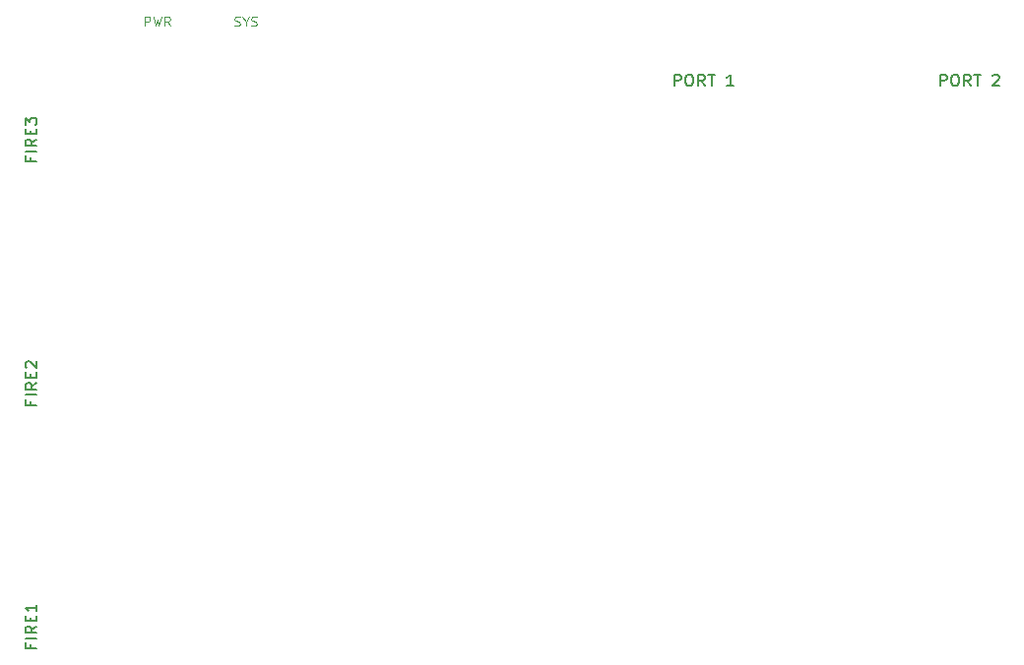
<source format=gto>
G04 #@! TF.GenerationSoftware,KiCad,Pcbnew,(5.1.8)-1*
G04 #@! TF.CreationDate,2021-03-09T02:04:09+01:00*
G04 #@! TF.ProjectId,C64 Joykey Faceplate B1,43363420-4a6f-4796-9b65-792046616365,rev?*
G04 #@! TF.SameCoordinates,Original*
G04 #@! TF.FileFunction,Legend,Top*
G04 #@! TF.FilePolarity,Positive*
%FSLAX46Y46*%
G04 Gerber Fmt 4.6, Leading zero omitted, Abs format (unit mm)*
G04 Created by KiCad (PCBNEW (5.1.8)-1) date 2021-03-09 02:04:09*
%MOMM*%
%LPD*%
G01*
G04 APERTURE LIST*
%ADD10C,0.150000*%
%ADD11C,0.100000*%
G04 APERTURE END LIST*
D10*
X197501190Y-94432380D02*
X197501190Y-93432380D01*
X197882142Y-93432380D01*
X197977380Y-93480000D01*
X198025000Y-93527619D01*
X198072619Y-93622857D01*
X198072619Y-93765714D01*
X198025000Y-93860952D01*
X197977380Y-93908571D01*
X197882142Y-93956190D01*
X197501190Y-93956190D01*
X198691666Y-93432380D02*
X198882142Y-93432380D01*
X198977380Y-93480000D01*
X199072619Y-93575238D01*
X199120238Y-93765714D01*
X199120238Y-94099047D01*
X199072619Y-94289523D01*
X198977380Y-94384761D01*
X198882142Y-94432380D01*
X198691666Y-94432380D01*
X198596428Y-94384761D01*
X198501190Y-94289523D01*
X198453571Y-94099047D01*
X198453571Y-93765714D01*
X198501190Y-93575238D01*
X198596428Y-93480000D01*
X198691666Y-93432380D01*
X200120238Y-94432380D02*
X199786904Y-93956190D01*
X199548809Y-94432380D02*
X199548809Y-93432380D01*
X199929761Y-93432380D01*
X200025000Y-93480000D01*
X200072619Y-93527619D01*
X200120238Y-93622857D01*
X200120238Y-93765714D01*
X200072619Y-93860952D01*
X200025000Y-93908571D01*
X199929761Y-93956190D01*
X199548809Y-93956190D01*
X200405952Y-93432380D02*
X200977380Y-93432380D01*
X200691666Y-94432380D02*
X200691666Y-93432380D01*
X202596428Y-94432380D02*
X202025000Y-94432380D01*
X202310714Y-94432380D02*
X202310714Y-93432380D01*
X202215476Y-93575238D01*
X202120238Y-93670476D01*
X202025000Y-93718095D01*
X220361190Y-94432380D02*
X220361190Y-93432380D01*
X220742142Y-93432380D01*
X220837380Y-93480000D01*
X220885000Y-93527619D01*
X220932619Y-93622857D01*
X220932619Y-93765714D01*
X220885000Y-93860952D01*
X220837380Y-93908571D01*
X220742142Y-93956190D01*
X220361190Y-93956190D01*
X221551666Y-93432380D02*
X221742142Y-93432380D01*
X221837380Y-93480000D01*
X221932619Y-93575238D01*
X221980238Y-93765714D01*
X221980238Y-94099047D01*
X221932619Y-94289523D01*
X221837380Y-94384761D01*
X221742142Y-94432380D01*
X221551666Y-94432380D01*
X221456428Y-94384761D01*
X221361190Y-94289523D01*
X221313571Y-94099047D01*
X221313571Y-93765714D01*
X221361190Y-93575238D01*
X221456428Y-93480000D01*
X221551666Y-93432380D01*
X222980238Y-94432380D02*
X222646904Y-93956190D01*
X222408809Y-94432380D02*
X222408809Y-93432380D01*
X222789761Y-93432380D01*
X222885000Y-93480000D01*
X222932619Y-93527619D01*
X222980238Y-93622857D01*
X222980238Y-93765714D01*
X222932619Y-93860952D01*
X222885000Y-93908571D01*
X222789761Y-93956190D01*
X222408809Y-93956190D01*
X223265952Y-93432380D02*
X223837380Y-93432380D01*
X223551666Y-94432380D02*
X223551666Y-93432380D01*
X224885000Y-93527619D02*
X224932619Y-93480000D01*
X225027857Y-93432380D01*
X225265952Y-93432380D01*
X225361190Y-93480000D01*
X225408809Y-93527619D01*
X225456428Y-93622857D01*
X225456428Y-93718095D01*
X225408809Y-93860952D01*
X224837380Y-94432380D01*
X225456428Y-94432380D01*
X142168571Y-100583809D02*
X142168571Y-100917142D01*
X142692380Y-100917142D02*
X141692380Y-100917142D01*
X141692380Y-100440952D01*
X142692380Y-100060000D02*
X141692380Y-100060000D01*
X142692380Y-99012380D02*
X142216190Y-99345714D01*
X142692380Y-99583809D02*
X141692380Y-99583809D01*
X141692380Y-99202857D01*
X141740000Y-99107619D01*
X141787619Y-99060000D01*
X141882857Y-99012380D01*
X142025714Y-99012380D01*
X142120952Y-99060000D01*
X142168571Y-99107619D01*
X142216190Y-99202857D01*
X142216190Y-99583809D01*
X142168571Y-98583809D02*
X142168571Y-98250476D01*
X142692380Y-98107619D02*
X142692380Y-98583809D01*
X141692380Y-98583809D01*
X141692380Y-98107619D01*
X141692380Y-97774285D02*
X141692380Y-97155238D01*
X142073333Y-97488571D01*
X142073333Y-97345714D01*
X142120952Y-97250476D01*
X142168571Y-97202857D01*
X142263809Y-97155238D01*
X142501904Y-97155238D01*
X142597142Y-97202857D01*
X142644761Y-97250476D01*
X142692380Y-97345714D01*
X142692380Y-97631428D01*
X142644761Y-97726666D01*
X142597142Y-97774285D01*
X142168571Y-121538809D02*
X142168571Y-121872142D01*
X142692380Y-121872142D02*
X141692380Y-121872142D01*
X141692380Y-121395952D01*
X142692380Y-121015000D02*
X141692380Y-121015000D01*
X142692380Y-119967380D02*
X142216190Y-120300714D01*
X142692380Y-120538809D02*
X141692380Y-120538809D01*
X141692380Y-120157857D01*
X141740000Y-120062619D01*
X141787619Y-120015000D01*
X141882857Y-119967380D01*
X142025714Y-119967380D01*
X142120952Y-120015000D01*
X142168571Y-120062619D01*
X142216190Y-120157857D01*
X142216190Y-120538809D01*
X142168571Y-119538809D02*
X142168571Y-119205476D01*
X142692380Y-119062619D02*
X142692380Y-119538809D01*
X141692380Y-119538809D01*
X141692380Y-119062619D01*
X141787619Y-118681666D02*
X141740000Y-118634047D01*
X141692380Y-118538809D01*
X141692380Y-118300714D01*
X141740000Y-118205476D01*
X141787619Y-118157857D01*
X141882857Y-118110238D01*
X141978095Y-118110238D01*
X142120952Y-118157857D01*
X142692380Y-118729285D01*
X142692380Y-118110238D01*
X142168571Y-142493809D02*
X142168571Y-142827142D01*
X142692380Y-142827142D02*
X141692380Y-142827142D01*
X141692380Y-142350952D01*
X142692380Y-141970000D02*
X141692380Y-141970000D01*
X142692380Y-140922380D02*
X142216190Y-141255714D01*
X142692380Y-141493809D02*
X141692380Y-141493809D01*
X141692380Y-141112857D01*
X141740000Y-141017619D01*
X141787619Y-140970000D01*
X141882857Y-140922380D01*
X142025714Y-140922380D01*
X142120952Y-140970000D01*
X142168571Y-141017619D01*
X142216190Y-141112857D01*
X142216190Y-141493809D01*
X142168571Y-140493809D02*
X142168571Y-140160476D01*
X142692380Y-140017619D02*
X142692380Y-140493809D01*
X141692380Y-140493809D01*
X141692380Y-140017619D01*
X142692380Y-139065238D02*
X142692380Y-139636666D01*
X142692380Y-139350952D02*
X141692380Y-139350952D01*
X141835238Y-139446190D01*
X141930476Y-139541428D01*
X141978095Y-139636666D01*
D11*
X159702619Y-89223809D02*
X159816904Y-89261904D01*
X160007380Y-89261904D01*
X160083571Y-89223809D01*
X160121666Y-89185714D01*
X160159761Y-89109523D01*
X160159761Y-89033333D01*
X160121666Y-88957142D01*
X160083571Y-88919047D01*
X160007380Y-88880952D01*
X159855000Y-88842857D01*
X159778809Y-88804761D01*
X159740714Y-88766666D01*
X159702619Y-88690476D01*
X159702619Y-88614285D01*
X159740714Y-88538095D01*
X159778809Y-88500000D01*
X159855000Y-88461904D01*
X160045476Y-88461904D01*
X160159761Y-88500000D01*
X160655000Y-88880952D02*
X160655000Y-89261904D01*
X160388333Y-88461904D02*
X160655000Y-88880952D01*
X160921666Y-88461904D01*
X161150238Y-89223809D02*
X161264523Y-89261904D01*
X161455000Y-89261904D01*
X161531190Y-89223809D01*
X161569285Y-89185714D01*
X161607380Y-89109523D01*
X161607380Y-89033333D01*
X161569285Y-88957142D01*
X161531190Y-88919047D01*
X161455000Y-88880952D01*
X161302619Y-88842857D01*
X161226428Y-88804761D01*
X161188333Y-88766666D01*
X161150238Y-88690476D01*
X161150238Y-88614285D01*
X161188333Y-88538095D01*
X161226428Y-88500000D01*
X161302619Y-88461904D01*
X161493095Y-88461904D01*
X161607380Y-88500000D01*
X151968333Y-89261904D02*
X151968333Y-88461904D01*
X152273095Y-88461904D01*
X152349285Y-88500000D01*
X152387380Y-88538095D01*
X152425476Y-88614285D01*
X152425476Y-88728571D01*
X152387380Y-88804761D01*
X152349285Y-88842857D01*
X152273095Y-88880952D01*
X151968333Y-88880952D01*
X152692142Y-88461904D02*
X152882619Y-89261904D01*
X153035000Y-88690476D01*
X153187380Y-89261904D01*
X153377857Y-88461904D01*
X154139761Y-89261904D02*
X153873095Y-88880952D01*
X153682619Y-89261904D02*
X153682619Y-88461904D01*
X153987380Y-88461904D01*
X154063571Y-88500000D01*
X154101666Y-88538095D01*
X154139761Y-88614285D01*
X154139761Y-88728571D01*
X154101666Y-88804761D01*
X154063571Y-88842857D01*
X153987380Y-88880952D01*
X153682619Y-88880952D01*
M02*

</source>
